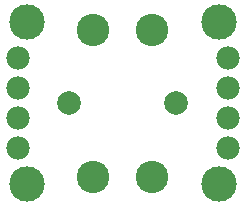
<source format=gbr>
G04 EAGLE Gerber RS-274X export*
G75*
%MOMM*%
%FSLAX34Y34*%
%LPD*%
%INSoldermask Bottom*%
%IPPOS*%
%AMOC8*
5,1,8,0,0,1.08239X$1,22.5*%
G01*
%ADD10C,3.003200*%
%ADD11C,2.743200*%
%ADD12C,2.006600*%
%ADD13C,1.981200*%


D10*
X20320Y157480D03*
X20320Y20320D03*
X182880Y157480D03*
X182880Y20320D03*
D11*
X76708Y26416D03*
X76708Y151384D03*
X126492Y26416D03*
X126492Y151384D03*
D12*
X56642Y88900D03*
X146558Y88900D03*
D13*
X12700Y50800D03*
X12700Y76200D03*
X12700Y101600D03*
X12700Y127000D03*
X190500Y50800D03*
X190500Y76200D03*
X190500Y101600D03*
X190500Y127000D03*
M02*

</source>
